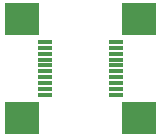
<source format=gtp>
G04*
G04 #@! TF.GenerationSoftware,Altium Limited,Altium Designer,18.1.9 (240)*
G04*
G04 Layer_Color=8421504*
%FSLAX44Y44*%
%MOMM*%
G71*
G01*
G75*
%ADD12R,1.2000X0.3000*%
%ADD13R,3.0000X2.7000*%
D12*
X110100Y37500D02*
D03*
Y42500D02*
D03*
Y47500D02*
D03*
Y52500D02*
D03*
Y57500D02*
D03*
Y62500D02*
D03*
Y67500D02*
D03*
Y72500D02*
D03*
Y77500D02*
D03*
Y82500D02*
D03*
X49900Y82500D02*
D03*
Y77500D02*
D03*
Y72500D02*
D03*
Y67500D02*
D03*
Y62500D02*
D03*
Y57500D02*
D03*
Y52500D02*
D03*
Y47500D02*
D03*
Y42500D02*
D03*
Y37500D02*
D03*
D13*
X129900Y18200D02*
D03*
Y101800D02*
D03*
X30100D02*
D03*
Y18200D02*
D03*
M02*

</source>
